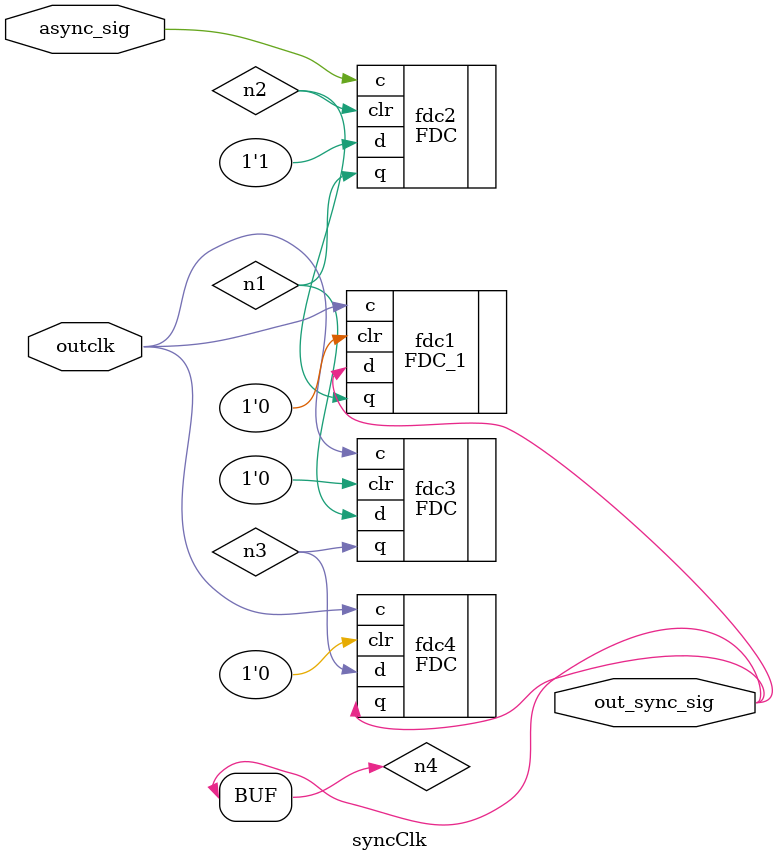
<source format=v>
module syncClk ( async_sig,   outclk,   out_sync_sig);
input async_sig, outclk;
output out_sync_sig;

wire n1, n2, n3,n4;

FDC_1 fdc1(.d(out_sync_sig), .c(outclk), .clr(1'b0), .q(n2));
FDC fdc2(.d(1'b1), .c(async_sig), .clr(n2), .q(n1));
FDC fdc3 (.d(n1), .c(outclk), .clr(1'b0), .q(n3));
FDC fdc4(.d(n3), .c(outclk), .clr(1'b0), .q(n4));

assign out_sync_sig = n4;

endmodule
</source>
